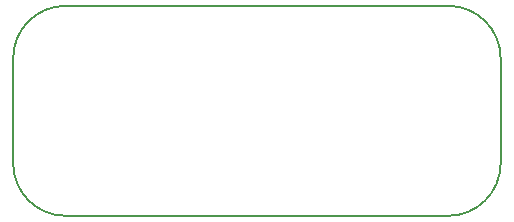
<source format=gm1>
%TF.GenerationSoftware,KiCad,Pcbnew,4.0.4+e1-6308~48~ubuntu16.04.1-stable*%
%TF.CreationDate,2016-12-10T16:28:55-08:00*%
%TF.ProjectId,usb-breakout,7573622D627265616B6F75742E6B6963,rev?*%
%TF.FileFunction,Profile,NP*%
%FSLAX46Y46*%
G04 Gerber Fmt 4.6, Leading zero omitted, Abs format (unit mm)*
G04 Created by KiCad (PCBNEW 4.0.4+e1-6308~48~ubuntu16.04.1-stable) date Sat Dec 10 16:28:55 2016*
%MOMM*%
%LPD*%
G01*
G04 APERTURE LIST*
%ADD10C,0.350000*%
%ADD11C,0.152400*%
G04 APERTURE END LIST*
D10*
D11*
X147320000Y-103505000D02*
X147320000Y-94615000D01*
X106045000Y-103505000D02*
G75*
G03X110490000Y-107950000I4445000J0D01*
G01*
X106045000Y-94615000D02*
X106045000Y-103505000D01*
X110490000Y-90170000D02*
G75*
G03X106045000Y-94615000I0J-4445000D01*
G01*
X110490000Y-107950000D02*
X142875000Y-107950000D01*
X142875000Y-107950000D02*
G75*
G03X147320000Y-103505000I0J4445000D01*
G01*
X147320000Y-94615000D02*
G75*
G03X142875000Y-90170000I-4445000J0D01*
G01*
X110490000Y-90170000D02*
X142875000Y-90170000D01*
M02*

</source>
